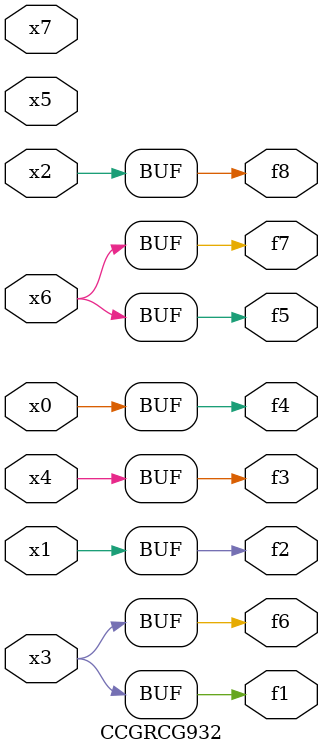
<source format=v>
module CCGRCG932(
	input x0, x1, x2, x3, x4, x5, x6, x7,
	output f1, f2, f3, f4, f5, f6, f7, f8
);
	assign f1 = x3;
	assign f2 = x1;
	assign f3 = x4;
	assign f4 = x0;
	assign f5 = x6;
	assign f6 = x3;
	assign f7 = x6;
	assign f8 = x2;
endmodule

</source>
